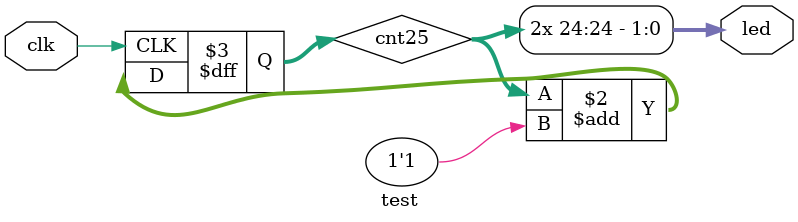
<source format=v>
module test(clk, led,
    );
input				clk;
output	[1:0]	led;

reg		[24:0]	cnt25;

//LED	tets
always@(posedge clk) //@µÚ¿¡ Á¶°ÇÀÌ ÂüÀÏ°æ¿ì Áï clk°¡ posedge(»ó½Â¿¡Áö)ÀÏ¶§ µ¿ÀÛ
begin
	begin
		cnt25 =cnt25 + 1'b1;
	end
end

assign	led[1] = cnt25[24];
assign	led[0] = cnt25[24];

endmodule

</source>
